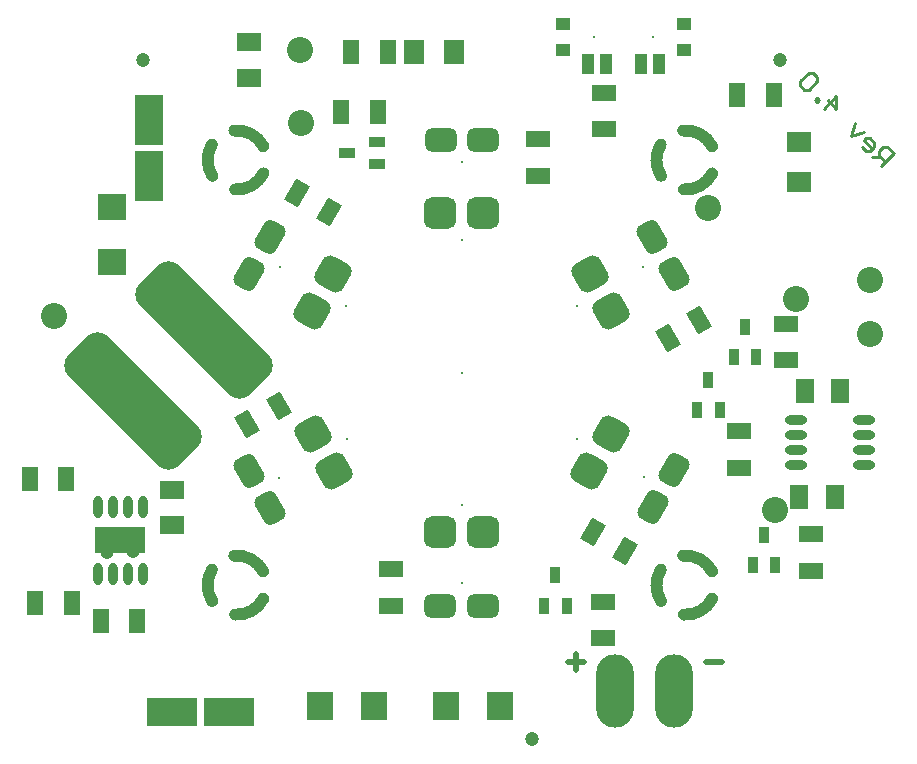
<source format=gbs>
G04 Layer_Color=16711935*
%FSLAX44Y44*%
%MOMM*%
G71*
G01*
G75*
%ADD10C,1.0000*%
%ADD29C,0.5000*%
%ADD55C,0.2540*%
%ADD58C,1.2032*%
%ADD59R,1.3532X2.0532*%
%ADD62R,1.7532X2.0532*%
%ADD63R,1.5532X2.1532*%
%ADD64R,2.0532X1.3532*%
%ADD65R,0.9532X1.3532*%
%ADD66R,1.3532X0.9532*%
%ADD67R,2.3532X2.3032*%
%ADD68R,4.2032X2.2032*%
%ADD71C,2.2032*%
%ADD72C,0.2032*%
%ADD73C,2.7032*%
%ADD74R,2.0532X1.7532*%
%ADD75R,1.0032X1.8032*%
%ADD76R,1.0332X1.8032*%
%ADD77R,1.2032X1.0532*%
%ADD78O,3.2032X6.2032*%
%ADD79R,2.1532X1.5532*%
%ADD80O,1.9032X0.8032*%
%ADD81R,2.4032X4.3532*%
G04:AMPARAMS|DCode=82|XSize=2.0532mm|YSize=1.3532mm|CornerRadius=0mm|HoleSize=0mm|Usage=FLASHONLY|Rotation=60.000|XOffset=0mm|YOffset=0mm|HoleType=Round|Shape=Rectangle|*
%AMROTATEDRECTD82*
4,1,4,0.0727,-1.2274,-1.0993,-0.5508,-0.0727,1.2274,1.0993,0.5508,0.0727,-1.2274,0.0*
%
%ADD82ROTATEDRECTD82*%

G04:AMPARAMS|DCode=83|XSize=2.0532mm|YSize=1.3532mm|CornerRadius=0mm|HoleSize=0mm|Usage=FLASHONLY|Rotation=300.000|XOffset=0mm|YOffset=0mm|HoleType=Round|Shape=Rectangle|*
%AMROTATEDRECTD83*
4,1,4,-1.0993,0.5508,0.0727,1.2274,1.0993,-0.5508,-0.0727,-1.2274,-1.0993,0.5508,0.0*
%
%ADD83ROTATEDRECTD83*%

%ADD84O,0.8032X1.9032*%
%ADD85R,4.3532X2.4032*%
%ADD86R,2.3032X2.3532*%
G04:AMPARAMS|DCode=87|XSize=2.7032mm|YSize=2.7032mm|CornerRadius=0.7266mm|HoleSize=0mm|Usage=FLASHONLY|Rotation=0.000|XOffset=0mm|YOffset=0mm|HoleType=Round|Shape=RoundedRectangle|*
%AMROUNDEDRECTD87*
21,1,2.7032,1.2500,0,0,0.0*
21,1,1.2500,2.7032,0,0,0.0*
1,1,1.4532,0.6250,-0.6250*
1,1,1.4532,-0.6250,-0.6250*
1,1,1.4532,-0.6250,0.6250*
1,1,1.4532,0.6250,0.6250*
%
%ADD87ROUNDEDRECTD87*%
G04:AMPARAMS|DCode=88|XSize=2.7032mm|YSize=2.7032mm|CornerRadius=0.7266mm|HoleSize=0mm|Usage=FLASHONLY|Rotation=60.000|XOffset=0mm|YOffset=0mm|HoleType=Round|Shape=RoundedRectangle|*
%AMROUNDEDRECTD88*
21,1,2.7032,1.2500,0,0,60.0*
21,1,1.2500,2.7032,0,0,60.0*
1,1,1.4532,0.8538,0.2288*
1,1,1.4532,0.2288,-0.8538*
1,1,1.4532,-0.8538,-0.2288*
1,1,1.4532,-0.2288,0.8538*
%
%ADD88ROUNDEDRECTD88*%
G04:AMPARAMS|DCode=89|XSize=2.7032mm|YSize=2.7032mm|CornerRadius=0.7266mm|HoleSize=0mm|Usage=FLASHONLY|Rotation=120.000|XOffset=0mm|YOffset=0mm|HoleType=Round|Shape=RoundedRectangle|*
%AMROUNDEDRECTD89*
21,1,2.7032,1.2500,0,0,120.0*
21,1,1.2500,2.7032,0,0,120.0*
1,1,1.4532,0.2288,0.8538*
1,1,1.4532,0.8538,-0.2288*
1,1,1.4532,-0.2288,-0.8538*
1,1,1.4532,-0.8538,0.2288*
%
%ADD89ROUNDEDRECTD89*%
G04:AMPARAMS|DCode=90|XSize=2.7032mm|YSize=2.0032mm|CornerRadius=0.5516mm|HoleSize=0mm|Usage=FLASHONLY|Rotation=60.000|XOffset=0mm|YOffset=0mm|HoleType=Round|Shape=RoundedRectangle|*
%AMROUNDEDRECTD90*
21,1,2.7032,0.9000,0,0,60.0*
21,1,1.6000,2.0032,0,0,60.0*
1,1,1.1032,0.7897,0.4678*
1,1,1.1032,-0.0103,-0.9178*
1,1,1.1032,-0.7897,-0.4678*
1,1,1.1032,0.0103,0.9178*
%
%ADD90ROUNDEDRECTD90*%
G04:AMPARAMS|DCode=91|XSize=2.7032mm|YSize=2.0032mm|CornerRadius=0.5516mm|HoleSize=0mm|Usage=FLASHONLY|Rotation=0.000|XOffset=0mm|YOffset=0mm|HoleType=Round|Shape=RoundedRectangle|*
%AMROUNDEDRECTD91*
21,1,2.7032,0.9000,0,0,0.0*
21,1,1.6000,2.0032,0,0,0.0*
1,1,1.1032,0.8000,-0.4500*
1,1,1.1032,-0.8000,-0.4500*
1,1,1.1032,-0.8000,0.4500*
1,1,1.1032,0.8000,0.4500*
%
%ADD91ROUNDEDRECTD91*%
G04:AMPARAMS|DCode=92|XSize=2.7032mm|YSize=2.0032mm|CornerRadius=0.5516mm|HoleSize=0mm|Usage=FLASHONLY|Rotation=300.000|XOffset=0mm|YOffset=0mm|HoleType=Round|Shape=RoundedRectangle|*
%AMROUNDEDRECTD92*
21,1,2.7032,0.9000,0,0,300.0*
21,1,1.6000,2.0032,0,0,300.0*
1,1,1.1032,0.0103,-0.9178*
1,1,1.1032,-0.7897,0.4678*
1,1,1.1032,-0.0103,0.9178*
1,1,1.1032,0.7897,-0.4678*
%
%ADD92ROUNDEDRECTD92*%
G04:AMPARAMS|DCode=93|XSize=4.7032mm|YSize=13.2032mm|CornerRadius=1.2266mm|HoleSize=0mm|Usage=FLASHONLY|Rotation=45.000|XOffset=0mm|YOffset=0mm|HoleType=Round|Shape=RoundedRectangle|*
%AMROUNDEDRECTD93*
21,1,4.7032,10.7500,0,0,45.0*
21,1,2.2500,13.2032,0,0,45.0*
1,1,2.4532,4.5962,-3.0052*
1,1,2.4532,3.0052,-4.5962*
1,1,2.4532,-4.5962,3.0052*
1,1,2.4532,-3.0052,4.5962*
%
%ADD93ROUNDEDRECTD93*%
D10*
X-167844Y-168419D02*
G03*
X-192416Y-155117I-22156J-11581D01*
G01*
X-211326Y-166954D02*
G03*
X-211071Y-193455I21326J-13046D01*
G01*
X-191781Y-204936D02*
G03*
X-167746Y-191392I1781J24936D01*
G01*
X212156Y-168419D02*
G03*
X187584Y-155117I-22156J-11581D01*
G01*
X168674Y-166954D02*
G03*
X168929Y-193455I21326J-13046D01*
G01*
X188219Y-204936D02*
G03*
X212254Y-191392I1781J24936D01*
G01*
X212156Y191581D02*
G03*
X187584Y204883I-22156J-11581D01*
G01*
X168674Y193046D02*
G03*
X168929Y166545I21326J-13046D01*
G01*
X188219Y155063D02*
G03*
X212254Y168608I1781J24936D01*
G01*
X-167844Y191581D02*
G03*
X-192416Y204883I-22156J-11581D01*
G01*
X-211326Y193046D02*
G03*
X-211071Y166545I21326J-13046D01*
G01*
X-191781Y155063D02*
G03*
X-167746Y168608I1781J24936D01*
G01*
D29*
X207000Y-245003D02*
X220329D01*
X90000D02*
X103329D01*
X96664Y-238339D02*
Y-251668D01*
D55*
X355000Y175000D02*
X365773Y185773D01*
X360386Y191159D01*
X356796D01*
X353204Y187568D01*
Y183977D01*
X358591Y178591D01*
X355000Y182182D02*
X347818D01*
X338841Y191159D02*
X342432Y187568D01*
X346023D01*
X349614Y191159D01*
Y194750D01*
X346023Y198341D01*
X342432D01*
X340636Y196546D01*
X347818Y189364D01*
X340636Y203727D02*
X329863Y200137D01*
X333454Y210909D01*
X306522Y223478D02*
X317295Y234251D01*
Y223478D01*
X310113Y230660D01*
X301136Y228864D02*
X302931Y230660D01*
X301136Y232455D01*
X299340Y230660D01*
X301136Y228864D01*
Y246819D02*
Y250410D01*
X297545Y254001D01*
X293954D01*
X286772Y246819D01*
Y243228D01*
X290363Y239637D01*
X293954D01*
X301136Y246819D01*
D58*
X270000Y265000D02*
D03*
X-270000D02*
D03*
X60000Y-310000D02*
D03*
X-278000Y-151500D02*
D03*
X-300000Y-151750D02*
D03*
D59*
X264250Y235250D02*
D03*
X233250D02*
D03*
X-62500Y271000D02*
D03*
X-93500D02*
D03*
X-101750Y220750D02*
D03*
X-70750D02*
D03*
X-365500Y-90000D02*
D03*
X-334500D02*
D03*
X-361000Y-195000D02*
D03*
X-330000D02*
D03*
X-305500Y-210000D02*
D03*
X-274500D02*
D03*
D62*
X-6500Y271250D02*
D03*
X-40000D02*
D03*
D63*
X286000Y-105000D02*
D03*
X316000D02*
D03*
X320500Y-16000D02*
D03*
X290500Y-16000D02*
D03*
D64*
X121000Y237000D02*
D03*
Y206000D02*
D03*
X235000Y-80500D02*
D03*
Y-49500D02*
D03*
X275000Y41500D02*
D03*
X275000Y10500D02*
D03*
X-60000Y-166500D02*
D03*
Y-197500D02*
D03*
X65000Y197500D02*
D03*
Y166500D02*
D03*
X295500Y-136750D02*
D03*
Y-167750D02*
D03*
X120000Y-225000D02*
D03*
Y-194000D02*
D03*
D65*
X89000Y-197250D02*
D03*
X70000Y-197250D02*
D03*
X79500Y-171750D02*
D03*
X265500Y-163250D02*
D03*
X246500Y-163250D02*
D03*
X256000Y-137750D02*
D03*
X249500Y13250D02*
D03*
X230500Y13250D02*
D03*
X240000Y38750D02*
D03*
X218500Y-31750D02*
D03*
X199500D02*
D03*
X209000Y-6250D02*
D03*
D66*
X-71250Y195500D02*
D03*
Y176500D02*
D03*
X-96750Y186000D02*
D03*
D67*
X-296250Y139750D02*
D03*
X-296250Y93750D02*
D03*
D68*
X-289000Y-142000D02*
D03*
D71*
X-136250Y211000D02*
D03*
X-137000Y273500D02*
D03*
X346000Y78000D02*
D03*
Y33000D02*
D03*
X-302000Y-8500D02*
D03*
X-345000Y47500D02*
D03*
X209000Y139000D02*
D03*
X283000Y62000D02*
D03*
X265000Y-116000D02*
D03*
D72*
X112000Y283750D02*
D03*
X162000D02*
D03*
X0Y0D02*
D03*
Y112500D02*
D03*
X-97500Y56500D02*
D03*
X-97250Y-56147D02*
D03*
X0Y-112250D02*
D03*
X97428Y-56250D02*
D03*
X97750Y56000D02*
D03*
X-154081Y89412D02*
D03*
X250Y178000D02*
D03*
X154000Y89250D02*
D03*
X154250Y-88750D02*
D03*
X0Y-178000D02*
D03*
X-154250Y-89250D02*
D03*
D73*
X180000Y-255000D02*
D03*
X130000D02*
D03*
D74*
X285750Y161750D02*
D03*
Y195250D02*
D03*
D75*
X107000Y261250D02*
D03*
X152000Y261250D02*
D03*
X167000Y261250D02*
D03*
D76*
X122000Y261250D02*
D03*
D77*
X86000Y294750D02*
D03*
X86000Y272750D02*
D03*
X188000Y294750D02*
D03*
X188000Y272750D02*
D03*
D78*
X180000Y-270000D02*
D03*
X130000D02*
D03*
D79*
X-180250Y279500D02*
D03*
X-180250Y249500D02*
D03*
X-245250Y-129250D02*
D03*
Y-99250D02*
D03*
D80*
X340500Y-39950D02*
D03*
Y-52650D02*
D03*
X340500Y-65350D02*
D03*
Y-78050D02*
D03*
X283500Y-39950D02*
D03*
Y-52650D02*
D03*
X283500Y-65350D02*
D03*
Y-78050D02*
D03*
D81*
X-264500Y214250D02*
D03*
X-264500Y166250D02*
D03*
D82*
X111577Y-135250D02*
D03*
X138423Y-150750D02*
D03*
X-139423Y151750D02*
D03*
X-112577Y136250D02*
D03*
D83*
X-154827Y-28250D02*
D03*
X-181673Y-43750D02*
D03*
X201423Y44750D02*
D03*
X174577Y29250D02*
D03*
D84*
X-269950Y-170500D02*
D03*
X-282650D02*
D03*
X-295350Y-170500D02*
D03*
X-308050D02*
D03*
X-269950Y-113500D02*
D03*
X-282650D02*
D03*
X-295350Y-113500D02*
D03*
X-308050D02*
D03*
D85*
X-244750Y-287750D02*
D03*
X-196750D02*
D03*
D86*
X-120000Y-282000D02*
D03*
X-74000Y-282000D02*
D03*
X-13000Y-282000D02*
D03*
X33000D02*
D03*
D87*
X-18000Y135500D02*
D03*
X18000D02*
D03*
Y-135250D02*
D03*
X-18000D02*
D03*
D88*
X-126419Y52412D02*
D03*
X-108419Y83588D02*
D03*
X126347Y-52162D02*
D03*
X108347Y-83338D02*
D03*
D89*
X-108169Y-83236D02*
D03*
X-126169Y-52059D02*
D03*
X108669Y83088D02*
D03*
X126669Y51912D02*
D03*
D90*
X-161752Y114625D02*
D03*
X-179752Y83448D02*
D03*
X179921Y-82787D02*
D03*
X161921Y-113963D02*
D03*
D91*
X-17750Y197250D02*
D03*
X18250D02*
D03*
X-18000Y-197250D02*
D03*
X18000D02*
D03*
D92*
X179671Y83287D02*
D03*
X161671Y114463D02*
D03*
X-161921Y-114463D02*
D03*
X-179921Y-83287D02*
D03*
D93*
X-218198Y36302D02*
D03*
X-278302Y-23802D02*
D03*
M02*

</source>
